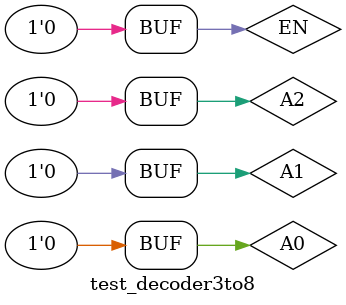
<source format=v>
module test_decoder3to8;
    reg A0;
    reg A1;
    reg A2;
    reg EN;
    wire Y0;
    wire Y1;
    wire Y2;
    wire Y3;
    wire Y4;
    wire Y5;
    wire Y6;
    wire Y7;

    decoder3to8 uut (
        .A0(A0),
        .A1(A1),
        .A2(A2),
        .EN(EN),
        .Y0(Y0),
        .Y1(Y1),
        .Y2(Y2),
        .Y3(Y3),
        .Y4(Y4),
        .Y5(Y5),
        .Y6(Y6),
        .Y7(Y7)
    );

    initial begin
        $monitor("A2=%b, A1=%b, A0=%b, EN=%b, Y7=%b, Y6=%b, Y5=%b, Y4=%b, Y3=%b, Y2=%b, Y1=%b, Y0=%b", A2, A1, A0, EN, Y7, Y6, Y5, Y4, Y3, Y2, Y1, Y0);

        // Test all possible input combinations
        EN = 1;
        A2 = 0; A1 = 0; A0 = 0; #10;
        A2 = 0; A1 = 0; A0 = 1; #10;
        A2 = 0; A1 = 1; A0 = 0; #10;
        A2 = 0; A1 = 1; A0 = 1; #10;
        A2 = 1; A1 = 0; A0 = 0; #10;
        A2 = 1; A1 = 0; A0 = 1; #10;
        A2 = 1; A1 = 1; A0 = 0; #10;
        A2 = 1; A1 = 1; A0 = 1; #10;

        // Disable enable signal
        EN = 0; A2 = 0; A1 = 0; A0 = 0; #10;
    end
endmodule
</source>
